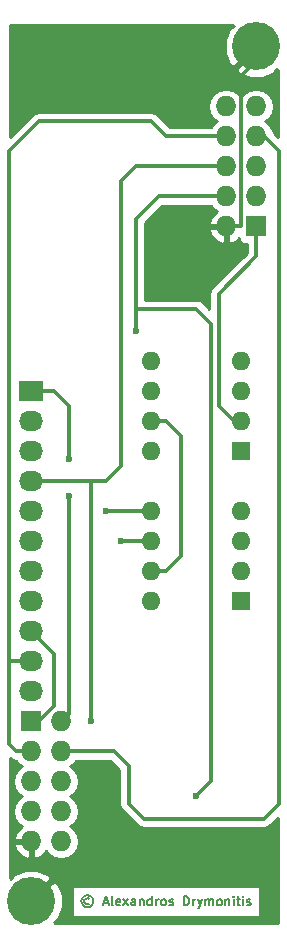
<source format=gbr>
G04 #@! TF.FileFunction,Copper,L1,Top,Signal*
%FSLAX46Y46*%
G04 Gerber Fmt 4.6, Leading zero omitted, Abs format (unit mm)*
G04 Created by KiCad (PCBNEW 4.0.6+dfsg1-1) date Tue Oct 24 11:56:29 2017*
%MOMM*%
%LPD*%
G01*
G04 APERTURE LIST*
%ADD10C,0.050000*%
%ADD11C,0.190500*%
%ADD12R,1.727200X1.727200*%
%ADD13O,1.727200X1.727200*%
%ADD14R,2.032000X1.727200*%
%ADD15O,2.032000X1.727200*%
%ADD16C,4.064000*%
%ADD17R,1.600000X1.600000*%
%ADD18O,1.600000X1.600000*%
%ADD19C,0.600000*%
%ADD20C,0.300000*%
%ADD21C,0.254000*%
G04 APERTURE END LIST*
D10*
D11*
X142076714Y-157244143D02*
X142004142Y-157207857D01*
X141858999Y-157207857D01*
X141786428Y-157244143D01*
X141713857Y-157316714D01*
X141677571Y-157389286D01*
X141677571Y-157534429D01*
X141713857Y-157607000D01*
X141786428Y-157679571D01*
X141858999Y-157715857D01*
X142004142Y-157715857D01*
X142076714Y-157679571D01*
X141931571Y-156953857D02*
X141750142Y-156990143D01*
X141568714Y-157099000D01*
X141459857Y-157280429D01*
X141423571Y-157461857D01*
X141459857Y-157643286D01*
X141568714Y-157824714D01*
X141750142Y-157933571D01*
X141931571Y-157969857D01*
X142112999Y-157933571D01*
X142294428Y-157824714D01*
X142403285Y-157643286D01*
X142439571Y-157461857D01*
X142403285Y-157280429D01*
X142294428Y-157099000D01*
X142112999Y-156990143D01*
X141931571Y-156953857D01*
X143310428Y-157607000D02*
X143673285Y-157607000D01*
X143237856Y-157824714D02*
X143491856Y-157062714D01*
X143745856Y-157824714D01*
X144108714Y-157824714D02*
X144036142Y-157788429D01*
X143999857Y-157715857D01*
X143999857Y-157062714D01*
X144689285Y-157788429D02*
X144616714Y-157824714D01*
X144471571Y-157824714D01*
X144399000Y-157788429D01*
X144362714Y-157715857D01*
X144362714Y-157425571D01*
X144399000Y-157353000D01*
X144471571Y-157316714D01*
X144616714Y-157316714D01*
X144689285Y-157353000D01*
X144725571Y-157425571D01*
X144725571Y-157498143D01*
X144362714Y-157570714D01*
X144979571Y-157824714D02*
X145378714Y-157316714D01*
X144979571Y-157316714D02*
X145378714Y-157824714D01*
X145995571Y-157824714D02*
X145995571Y-157425571D01*
X145959285Y-157353000D01*
X145886714Y-157316714D01*
X145741571Y-157316714D01*
X145669000Y-157353000D01*
X145995571Y-157788429D02*
X145923000Y-157824714D01*
X145741571Y-157824714D01*
X145669000Y-157788429D01*
X145632714Y-157715857D01*
X145632714Y-157643286D01*
X145669000Y-157570714D01*
X145741571Y-157534429D01*
X145923000Y-157534429D01*
X145995571Y-157498143D01*
X146358429Y-157316714D02*
X146358429Y-157824714D01*
X146358429Y-157389286D02*
X146394714Y-157353000D01*
X146467286Y-157316714D01*
X146576143Y-157316714D01*
X146648714Y-157353000D01*
X146685000Y-157425571D01*
X146685000Y-157824714D01*
X147374429Y-157824714D02*
X147374429Y-157062714D01*
X147374429Y-157788429D02*
X147301858Y-157824714D01*
X147156715Y-157824714D01*
X147084143Y-157788429D01*
X147047858Y-157752143D01*
X147011572Y-157679571D01*
X147011572Y-157461857D01*
X147047858Y-157389286D01*
X147084143Y-157353000D01*
X147156715Y-157316714D01*
X147301858Y-157316714D01*
X147374429Y-157353000D01*
X147737287Y-157824714D02*
X147737287Y-157316714D01*
X147737287Y-157461857D02*
X147773572Y-157389286D01*
X147809858Y-157353000D01*
X147882429Y-157316714D01*
X147955001Y-157316714D01*
X148317858Y-157824714D02*
X148245286Y-157788429D01*
X148209001Y-157752143D01*
X148172715Y-157679571D01*
X148172715Y-157461857D01*
X148209001Y-157389286D01*
X148245286Y-157353000D01*
X148317858Y-157316714D01*
X148426715Y-157316714D01*
X148499286Y-157353000D01*
X148535572Y-157389286D01*
X148571858Y-157461857D01*
X148571858Y-157679571D01*
X148535572Y-157752143D01*
X148499286Y-157788429D01*
X148426715Y-157824714D01*
X148317858Y-157824714D01*
X148862144Y-157788429D02*
X148934715Y-157824714D01*
X149079858Y-157824714D01*
X149152430Y-157788429D01*
X149188715Y-157715857D01*
X149188715Y-157679571D01*
X149152430Y-157607000D01*
X149079858Y-157570714D01*
X148971001Y-157570714D01*
X148898430Y-157534429D01*
X148862144Y-157461857D01*
X148862144Y-157425571D01*
X148898430Y-157353000D01*
X148971001Y-157316714D01*
X149079858Y-157316714D01*
X149152430Y-157353000D01*
X150095858Y-157824714D02*
X150095858Y-157062714D01*
X150277286Y-157062714D01*
X150386143Y-157099000D01*
X150458715Y-157171571D01*
X150495000Y-157244143D01*
X150531286Y-157389286D01*
X150531286Y-157498143D01*
X150495000Y-157643286D01*
X150458715Y-157715857D01*
X150386143Y-157788429D01*
X150277286Y-157824714D01*
X150095858Y-157824714D01*
X150857858Y-157824714D02*
X150857858Y-157316714D01*
X150857858Y-157461857D02*
X150894143Y-157389286D01*
X150930429Y-157353000D01*
X151003000Y-157316714D01*
X151075572Y-157316714D01*
X151257000Y-157316714D02*
X151438429Y-157824714D01*
X151619857Y-157316714D02*
X151438429Y-157824714D01*
X151365857Y-158006143D01*
X151329572Y-158042429D01*
X151257000Y-158078714D01*
X151910143Y-157824714D02*
X151910143Y-157316714D01*
X151910143Y-157389286D02*
X151946428Y-157353000D01*
X152019000Y-157316714D01*
X152127857Y-157316714D01*
X152200428Y-157353000D01*
X152236714Y-157425571D01*
X152236714Y-157824714D01*
X152236714Y-157425571D02*
X152273000Y-157353000D01*
X152345571Y-157316714D01*
X152454428Y-157316714D01*
X152527000Y-157353000D01*
X152563285Y-157425571D01*
X152563285Y-157824714D01*
X153035000Y-157824714D02*
X152962428Y-157788429D01*
X152926143Y-157752143D01*
X152889857Y-157679571D01*
X152889857Y-157461857D01*
X152926143Y-157389286D01*
X152962428Y-157353000D01*
X153035000Y-157316714D01*
X153143857Y-157316714D01*
X153216428Y-157353000D01*
X153252714Y-157389286D01*
X153289000Y-157461857D01*
X153289000Y-157679571D01*
X153252714Y-157752143D01*
X153216428Y-157788429D01*
X153143857Y-157824714D01*
X153035000Y-157824714D01*
X153615572Y-157316714D02*
X153615572Y-157824714D01*
X153615572Y-157389286D02*
X153651857Y-157353000D01*
X153724429Y-157316714D01*
X153833286Y-157316714D01*
X153905857Y-157353000D01*
X153942143Y-157425571D01*
X153942143Y-157824714D01*
X154305001Y-157824714D02*
X154305001Y-157316714D01*
X154305001Y-157062714D02*
X154268715Y-157099000D01*
X154305001Y-157135286D01*
X154341286Y-157099000D01*
X154305001Y-157062714D01*
X154305001Y-157135286D01*
X154559000Y-157316714D02*
X154849286Y-157316714D01*
X154667858Y-157062714D02*
X154667858Y-157715857D01*
X154704143Y-157788429D01*
X154776715Y-157824714D01*
X154849286Y-157824714D01*
X155103287Y-157824714D02*
X155103287Y-157316714D01*
X155103287Y-157062714D02*
X155067001Y-157099000D01*
X155103287Y-157135286D01*
X155139572Y-157099000D01*
X155103287Y-157062714D01*
X155103287Y-157135286D01*
X155429858Y-157788429D02*
X155502429Y-157824714D01*
X155647572Y-157824714D01*
X155720144Y-157788429D01*
X155756429Y-157715857D01*
X155756429Y-157679571D01*
X155720144Y-157607000D01*
X155647572Y-157570714D01*
X155538715Y-157570714D01*
X155466144Y-157534429D01*
X155429858Y-157461857D01*
X155429858Y-157425571D01*
X155466144Y-157353000D01*
X155538715Y-157316714D01*
X155647572Y-157316714D01*
X155720144Y-157353000D01*
D12*
X137160000Y-142240000D03*
D13*
X139700000Y-142240000D03*
X137160000Y-144780000D03*
X139700000Y-144780000D03*
X137160000Y-147320000D03*
X139700000Y-147320000D03*
X137160000Y-149860000D03*
X139700000Y-149860000D03*
X137160000Y-152400000D03*
X139700000Y-152400000D03*
D12*
X156210000Y-100330000D03*
D13*
X153670000Y-100330000D03*
X156210000Y-97790000D03*
X153670000Y-97790000D03*
X156210000Y-95250000D03*
X153670000Y-95250000D03*
X156210000Y-92710000D03*
X153670000Y-92710000D03*
X156210000Y-90170000D03*
X153670000Y-90170000D03*
D14*
X137160000Y-114300000D03*
D15*
X137160000Y-116840000D03*
X137160000Y-119380000D03*
X137160000Y-121920000D03*
X137160000Y-124460000D03*
X137160000Y-127000000D03*
X137160000Y-129540000D03*
X137160000Y-132080000D03*
X137160000Y-134620000D03*
X137160000Y-137160000D03*
X137160000Y-139700000D03*
D16*
X156210000Y-85090000D03*
X137160000Y-157480000D03*
D17*
X154940000Y-132080000D03*
D18*
X147320000Y-124460000D03*
X154940000Y-129540000D03*
X147320000Y-127000000D03*
X154940000Y-127000000D03*
X147320000Y-129540000D03*
X154940000Y-124460000D03*
X147320000Y-132080000D03*
D17*
X154940000Y-119380000D03*
D18*
X147320000Y-111760000D03*
X154940000Y-116840000D03*
X147320000Y-114300000D03*
X154940000Y-114300000D03*
X147320000Y-116840000D03*
X154940000Y-111760000D03*
X147320000Y-119380000D03*
D19*
X140335000Y-120015000D03*
X140335000Y-123190000D03*
X142240000Y-142240000D03*
X146050000Y-109220000D03*
X151130000Y-148590000D03*
X143510000Y-124460000D03*
X144780000Y-127000000D03*
D20*
X137160000Y-142240000D02*
X137795000Y-142240000D01*
X137795000Y-142240000D02*
X139065000Y-140970000D01*
X139065000Y-140970000D02*
X139065000Y-136525000D01*
X139065000Y-136525000D02*
X137160000Y-134620000D01*
X137795000Y-134620000D02*
X137160000Y-134620000D01*
X139700000Y-142240000D02*
X140335000Y-141605000D01*
X139065000Y-114300000D02*
X137160000Y-114300000D01*
X140335000Y-115570000D02*
X139065000Y-114300000D01*
X140335000Y-120015000D02*
X140335000Y-115570000D01*
X140335000Y-141605000D02*
X140335000Y-123190000D01*
X137160000Y-137160000D02*
X135255000Y-137160000D01*
X135255000Y-137160000D02*
X135255000Y-135255000D01*
X135255000Y-135255000D02*
X135255000Y-93980000D01*
X135255000Y-93980000D02*
X137795000Y-91440000D01*
X137795000Y-91440000D02*
X147320000Y-91440000D01*
X147320000Y-91440000D02*
X148590000Y-92710000D01*
X148590000Y-92710000D02*
X153670000Y-92710000D01*
X137160000Y-144780000D02*
X135890000Y-144780000D01*
X135255000Y-137160000D02*
X137160000Y-137160000D01*
X135255000Y-144145000D02*
X135255000Y-137160000D01*
X135890000Y-144780000D02*
X135255000Y-144145000D01*
X139700000Y-144780000D02*
X144145000Y-144780000D01*
X158115000Y-93980000D02*
X156845000Y-92710000D01*
X158115000Y-149225000D02*
X158115000Y-93980000D01*
X156845000Y-150495000D02*
X158115000Y-149225000D01*
X146685000Y-150495000D02*
X156845000Y-150495000D01*
X145415000Y-149225000D02*
X146685000Y-150495000D01*
X145415000Y-146050000D02*
X145415000Y-149225000D01*
X144145000Y-144780000D02*
X145415000Y-146050000D01*
X156845000Y-92710000D02*
X156210000Y-92710000D01*
X142240000Y-142240000D02*
X142240000Y-121920000D01*
X153670000Y-95250000D02*
X146050000Y-95250000D01*
X143510000Y-121920000D02*
X142240000Y-121920000D01*
X144780000Y-120650000D02*
X143510000Y-121920000D01*
X144780000Y-96520000D02*
X144780000Y-120650000D01*
X146050000Y-95250000D02*
X144780000Y-96520000D01*
X137160000Y-121920000D02*
X142240000Y-121920000D01*
X146050000Y-107315000D02*
X146050000Y-109220000D01*
X152400000Y-146685000D02*
X152400000Y-108585000D01*
X152400000Y-108585000D02*
X151130000Y-107315000D01*
X151130000Y-107315000D02*
X146050000Y-107315000D01*
X152400000Y-147320000D02*
X152400000Y-146685000D01*
X151130000Y-148590000D02*
X152400000Y-147320000D01*
X153670000Y-97790000D02*
X151130000Y-97790000D01*
X147955000Y-97790000D02*
X151130000Y-97790000D01*
X151130000Y-97790000D02*
X151765000Y-97790000D01*
X146050000Y-99695000D02*
X147955000Y-97790000D01*
X146050000Y-107315000D02*
X146050000Y-99695000D01*
X156210000Y-85090000D02*
X156210000Y-86360000D01*
X156210000Y-86360000D02*
X154940000Y-87630000D01*
X154940000Y-87630000D02*
X154940000Y-100330000D01*
X154940000Y-100330000D02*
X153670000Y-100330000D01*
X154940000Y-116840000D02*
X154305000Y-116840000D01*
X154305000Y-116840000D02*
X153035000Y-115570000D01*
X153035000Y-115570000D02*
X153035000Y-106045000D01*
X153035000Y-106045000D02*
X156210000Y-102870000D01*
X156210000Y-102870000D02*
X156210000Y-100330000D01*
X143510000Y-124460000D02*
X147320000Y-124460000D01*
X144780000Y-127000000D02*
X147320000Y-127000000D01*
X147320000Y-129540000D02*
X148590000Y-129540000D01*
X148590000Y-116840000D02*
X147320000Y-116840000D01*
X149860000Y-118110000D02*
X148590000Y-116840000D01*
X149860000Y-128270000D02*
X149860000Y-118110000D01*
X148590000Y-129540000D02*
X149860000Y-128270000D01*
D21*
G36*
X135334921Y-145335079D02*
X135589594Y-145505245D01*
X135887051Y-145564414D01*
X136070971Y-145839670D01*
X136385752Y-146050000D01*
X136070971Y-146260330D01*
X135746115Y-146746511D01*
X135632041Y-147320000D01*
X135746115Y-147893489D01*
X136070971Y-148379670D01*
X136385752Y-148590000D01*
X136070971Y-148800330D01*
X135746115Y-149286511D01*
X135632041Y-149860000D01*
X135746115Y-150433489D01*
X136070971Y-150919670D01*
X136394228Y-151135664D01*
X136271510Y-151193179D01*
X135877312Y-151625053D01*
X135705042Y-152040974D01*
X135826183Y-152273000D01*
X137033000Y-152273000D01*
X137033000Y-152253000D01*
X137287000Y-152253000D01*
X137287000Y-152273000D01*
X137307000Y-152273000D01*
X137307000Y-152527000D01*
X137287000Y-152527000D01*
X137287000Y-153734469D01*
X137519027Y-153854968D01*
X138048490Y-153606821D01*
X138430008Y-153188839D01*
X138610971Y-153459670D01*
X139097152Y-153784526D01*
X139670641Y-153898600D01*
X139729359Y-153898600D01*
X140302848Y-153784526D01*
X140789029Y-153459670D01*
X141113885Y-152973489D01*
X141227959Y-152400000D01*
X141113885Y-151826511D01*
X140789029Y-151340330D01*
X140474248Y-151130000D01*
X140789029Y-150919670D01*
X141113885Y-150433489D01*
X141227959Y-149860000D01*
X141113885Y-149286511D01*
X140789029Y-148800330D01*
X140474248Y-148590000D01*
X140789029Y-148379670D01*
X141113885Y-147893489D01*
X141227959Y-147320000D01*
X141113885Y-146746511D01*
X140789029Y-146260330D01*
X140474248Y-146050000D01*
X140789029Y-145839670D01*
X140972558Y-145565000D01*
X143819842Y-145565000D01*
X144630000Y-146375158D01*
X144630000Y-149225000D01*
X144689755Y-149525407D01*
X144859921Y-149780079D01*
X146129921Y-151050079D01*
X146384593Y-151220245D01*
X146685000Y-151280000D01*
X156845000Y-151280000D01*
X157145407Y-151220245D01*
X157400079Y-151050079D01*
X158040000Y-150410158D01*
X158040000Y-159310000D01*
X139169608Y-159310000D01*
X139058123Y-159198515D01*
X139432168Y-158973846D01*
X139830880Y-157990612D01*
X139822975Y-156929643D01*
X139527519Y-156216350D01*
X140643428Y-156216350D01*
X140643428Y-158819850D01*
X156536572Y-158819850D01*
X156536572Y-156216350D01*
X140643428Y-156216350D01*
X139527519Y-156216350D01*
X139432168Y-155986154D01*
X139058121Y-155761484D01*
X137339605Y-157480000D01*
X137353748Y-157494143D01*
X137174143Y-157673748D01*
X137160000Y-157659605D01*
X137145858Y-157673748D01*
X136966253Y-157494143D01*
X136980395Y-157480000D01*
X136966253Y-157465858D01*
X137145858Y-157286253D01*
X137160000Y-157300395D01*
X138878516Y-155581879D01*
X138653846Y-155207832D01*
X137670612Y-154809120D01*
X136609643Y-154817025D01*
X135666154Y-155207832D01*
X135441485Y-155581877D01*
X135330000Y-155470392D01*
X135330000Y-152759026D01*
X135705042Y-152759026D01*
X135877312Y-153174947D01*
X136271510Y-153606821D01*
X136800973Y-153854968D01*
X137033000Y-153734469D01*
X137033000Y-152527000D01*
X135826183Y-152527000D01*
X135705042Y-152759026D01*
X135330000Y-152759026D01*
X135330000Y-145330158D01*
X135334921Y-145335079D01*
X135334921Y-145335079D01*
G37*
X135334921Y-145335079D02*
X135589594Y-145505245D01*
X135887051Y-145564414D01*
X136070971Y-145839670D01*
X136385752Y-146050000D01*
X136070971Y-146260330D01*
X135746115Y-146746511D01*
X135632041Y-147320000D01*
X135746115Y-147893489D01*
X136070971Y-148379670D01*
X136385752Y-148590000D01*
X136070971Y-148800330D01*
X135746115Y-149286511D01*
X135632041Y-149860000D01*
X135746115Y-150433489D01*
X136070971Y-150919670D01*
X136394228Y-151135664D01*
X136271510Y-151193179D01*
X135877312Y-151625053D01*
X135705042Y-152040974D01*
X135826183Y-152273000D01*
X137033000Y-152273000D01*
X137033000Y-152253000D01*
X137287000Y-152253000D01*
X137287000Y-152273000D01*
X137307000Y-152273000D01*
X137307000Y-152527000D01*
X137287000Y-152527000D01*
X137287000Y-153734469D01*
X137519027Y-153854968D01*
X138048490Y-153606821D01*
X138430008Y-153188839D01*
X138610971Y-153459670D01*
X139097152Y-153784526D01*
X139670641Y-153898600D01*
X139729359Y-153898600D01*
X140302848Y-153784526D01*
X140789029Y-153459670D01*
X141113885Y-152973489D01*
X141227959Y-152400000D01*
X141113885Y-151826511D01*
X140789029Y-151340330D01*
X140474248Y-151130000D01*
X140789029Y-150919670D01*
X141113885Y-150433489D01*
X141227959Y-149860000D01*
X141113885Y-149286511D01*
X140789029Y-148800330D01*
X140474248Y-148590000D01*
X140789029Y-148379670D01*
X141113885Y-147893489D01*
X141227959Y-147320000D01*
X141113885Y-146746511D01*
X140789029Y-146260330D01*
X140474248Y-146050000D01*
X140789029Y-145839670D01*
X140972558Y-145565000D01*
X143819842Y-145565000D01*
X144630000Y-146375158D01*
X144630000Y-149225000D01*
X144689755Y-149525407D01*
X144859921Y-149780079D01*
X146129921Y-151050079D01*
X146384593Y-151220245D01*
X146685000Y-151280000D01*
X156845000Y-151280000D01*
X157145407Y-151220245D01*
X157400079Y-151050079D01*
X158040000Y-150410158D01*
X158040000Y-159310000D01*
X139169608Y-159310000D01*
X139058123Y-159198515D01*
X139432168Y-158973846D01*
X139830880Y-157990612D01*
X139822975Y-156929643D01*
X139527519Y-156216350D01*
X140643428Y-156216350D01*
X140643428Y-158819850D01*
X156536572Y-158819850D01*
X156536572Y-156216350D01*
X140643428Y-156216350D01*
X139527519Y-156216350D01*
X139432168Y-155986154D01*
X139058121Y-155761484D01*
X137339605Y-157480000D01*
X137353748Y-157494143D01*
X137174143Y-157673748D01*
X137160000Y-157659605D01*
X137145858Y-157673748D01*
X136966253Y-157494143D01*
X136980395Y-157480000D01*
X136966253Y-157465858D01*
X137145858Y-157286253D01*
X137160000Y-157300395D01*
X138878516Y-155581879D01*
X138653846Y-155207832D01*
X137670612Y-154809120D01*
X136609643Y-154817025D01*
X135666154Y-155207832D01*
X135441485Y-155581877D01*
X135330000Y-155470392D01*
X135330000Y-152759026D01*
X135705042Y-152759026D01*
X135877312Y-153174947D01*
X136271510Y-153606821D01*
X136800973Y-153854968D01*
X137033000Y-153734469D01*
X137033000Y-152527000D01*
X135826183Y-152527000D01*
X135705042Y-152759026D01*
X135330000Y-152759026D01*
X135330000Y-145330158D01*
X135334921Y-145335079D01*
G36*
X152580971Y-98849670D02*
X152904228Y-99065664D01*
X152781510Y-99123179D01*
X152387312Y-99555053D01*
X152215042Y-99970974D01*
X152336183Y-100203000D01*
X153543000Y-100203000D01*
X153543000Y-100183000D01*
X153797000Y-100183000D01*
X153797000Y-100203000D01*
X153817000Y-100203000D01*
X153817000Y-100457000D01*
X153797000Y-100457000D01*
X153797000Y-101664469D01*
X154029027Y-101784968D01*
X154558490Y-101536821D01*
X154728495Y-101350567D01*
X154743238Y-101428917D01*
X154882310Y-101645041D01*
X155094510Y-101790031D01*
X155346400Y-101841040D01*
X155425000Y-101841040D01*
X155425000Y-102544842D01*
X152479921Y-105489921D01*
X152309755Y-105744593D01*
X152309755Y-105744594D01*
X152250000Y-106045000D01*
X152250000Y-107324842D01*
X151685079Y-106759921D01*
X151430407Y-106589755D01*
X151130000Y-106530000D01*
X146835000Y-106530000D01*
X146835000Y-100689026D01*
X152215042Y-100689026D01*
X152387312Y-101104947D01*
X152781510Y-101536821D01*
X153310973Y-101784968D01*
X153543000Y-101664469D01*
X153543000Y-100457000D01*
X152336183Y-100457000D01*
X152215042Y-100689026D01*
X146835000Y-100689026D01*
X146835000Y-100020158D01*
X148280158Y-98575000D01*
X152397442Y-98575000D01*
X152580971Y-98849670D01*
X152580971Y-98849670D01*
G37*
X152580971Y-98849670D02*
X152904228Y-99065664D01*
X152781510Y-99123179D01*
X152387312Y-99555053D01*
X152215042Y-99970974D01*
X152336183Y-100203000D01*
X153543000Y-100203000D01*
X153543000Y-100183000D01*
X153797000Y-100183000D01*
X153797000Y-100203000D01*
X153817000Y-100203000D01*
X153817000Y-100457000D01*
X153797000Y-100457000D01*
X153797000Y-101664469D01*
X154029027Y-101784968D01*
X154558490Y-101536821D01*
X154728495Y-101350567D01*
X154743238Y-101428917D01*
X154882310Y-101645041D01*
X155094510Y-101790031D01*
X155346400Y-101841040D01*
X155425000Y-101841040D01*
X155425000Y-102544842D01*
X152479921Y-105489921D01*
X152309755Y-105744593D01*
X152309755Y-105744594D01*
X152250000Y-106045000D01*
X152250000Y-107324842D01*
X151685079Y-106759921D01*
X151430407Y-106589755D01*
X151130000Y-106530000D01*
X146835000Y-106530000D01*
X146835000Y-100689026D01*
X152215042Y-100689026D01*
X152387312Y-101104947D01*
X152781510Y-101536821D01*
X153310973Y-101784968D01*
X153543000Y-101664469D01*
X153543000Y-100457000D01*
X152336183Y-100457000D01*
X152215042Y-100689026D01*
X146835000Y-100689026D01*
X146835000Y-100020158D01*
X148280158Y-98575000D01*
X152397442Y-98575000D01*
X152580971Y-98849670D01*
G36*
X154311877Y-83371485D02*
X153937832Y-83596154D01*
X153539120Y-84579388D01*
X153547025Y-85640357D01*
X153937832Y-86583846D01*
X154311879Y-86808516D01*
X156030395Y-85090000D01*
X156016253Y-85075858D01*
X156195858Y-84896253D01*
X156210000Y-84910395D01*
X156224143Y-84896253D01*
X156403748Y-85075858D01*
X156389605Y-85090000D01*
X156403748Y-85104143D01*
X156224143Y-85283748D01*
X156210000Y-85269605D01*
X154491484Y-86988121D01*
X154716154Y-87362168D01*
X155699388Y-87760880D01*
X156760357Y-87752975D01*
X157703846Y-87362168D01*
X157928515Y-86988123D01*
X158040000Y-87099608D01*
X158040000Y-92794842D01*
X157684028Y-92438870D01*
X157623885Y-92136511D01*
X157299029Y-91650330D01*
X156984248Y-91440000D01*
X157299029Y-91229670D01*
X157623885Y-90743489D01*
X157737959Y-90170000D01*
X157623885Y-89596511D01*
X157299029Y-89110330D01*
X156812848Y-88785474D01*
X156239359Y-88671400D01*
X156180641Y-88671400D01*
X155607152Y-88785474D01*
X155120971Y-89110330D01*
X154940000Y-89381172D01*
X154759029Y-89110330D01*
X154272848Y-88785474D01*
X153699359Y-88671400D01*
X153640641Y-88671400D01*
X153067152Y-88785474D01*
X152580971Y-89110330D01*
X152256115Y-89596511D01*
X152142041Y-90170000D01*
X152256115Y-90743489D01*
X152580971Y-91229670D01*
X152895752Y-91440000D01*
X152580971Y-91650330D01*
X152397442Y-91925000D01*
X148915158Y-91925000D01*
X147875079Y-90884921D01*
X147620407Y-90714755D01*
X147320000Y-90655000D01*
X137795000Y-90655000D01*
X137494594Y-90714755D01*
X137239921Y-90884921D01*
X135330000Y-92794842D01*
X135330000Y-83260000D01*
X154200392Y-83260000D01*
X154311877Y-83371485D01*
X154311877Y-83371485D01*
G37*
X154311877Y-83371485D02*
X153937832Y-83596154D01*
X153539120Y-84579388D01*
X153547025Y-85640357D01*
X153937832Y-86583846D01*
X154311879Y-86808516D01*
X156030395Y-85090000D01*
X156016253Y-85075858D01*
X156195858Y-84896253D01*
X156210000Y-84910395D01*
X156224143Y-84896253D01*
X156403748Y-85075858D01*
X156389605Y-85090000D01*
X156403748Y-85104143D01*
X156224143Y-85283748D01*
X156210000Y-85269605D01*
X154491484Y-86988121D01*
X154716154Y-87362168D01*
X155699388Y-87760880D01*
X156760357Y-87752975D01*
X157703846Y-87362168D01*
X157928515Y-86988123D01*
X158040000Y-87099608D01*
X158040000Y-92794842D01*
X157684028Y-92438870D01*
X157623885Y-92136511D01*
X157299029Y-91650330D01*
X156984248Y-91440000D01*
X157299029Y-91229670D01*
X157623885Y-90743489D01*
X157737959Y-90170000D01*
X157623885Y-89596511D01*
X157299029Y-89110330D01*
X156812848Y-88785474D01*
X156239359Y-88671400D01*
X156180641Y-88671400D01*
X155607152Y-88785474D01*
X155120971Y-89110330D01*
X154940000Y-89381172D01*
X154759029Y-89110330D01*
X154272848Y-88785474D01*
X153699359Y-88671400D01*
X153640641Y-88671400D01*
X153067152Y-88785474D01*
X152580971Y-89110330D01*
X152256115Y-89596511D01*
X152142041Y-90170000D01*
X152256115Y-90743489D01*
X152580971Y-91229670D01*
X152895752Y-91440000D01*
X152580971Y-91650330D01*
X152397442Y-91925000D01*
X148915158Y-91925000D01*
X147875079Y-90884921D01*
X147620407Y-90714755D01*
X147320000Y-90655000D01*
X137795000Y-90655000D01*
X137494594Y-90714755D01*
X137239921Y-90884921D01*
X135330000Y-92794842D01*
X135330000Y-83260000D01*
X154200392Y-83260000D01*
X154311877Y-83371485D01*
M02*

</source>
